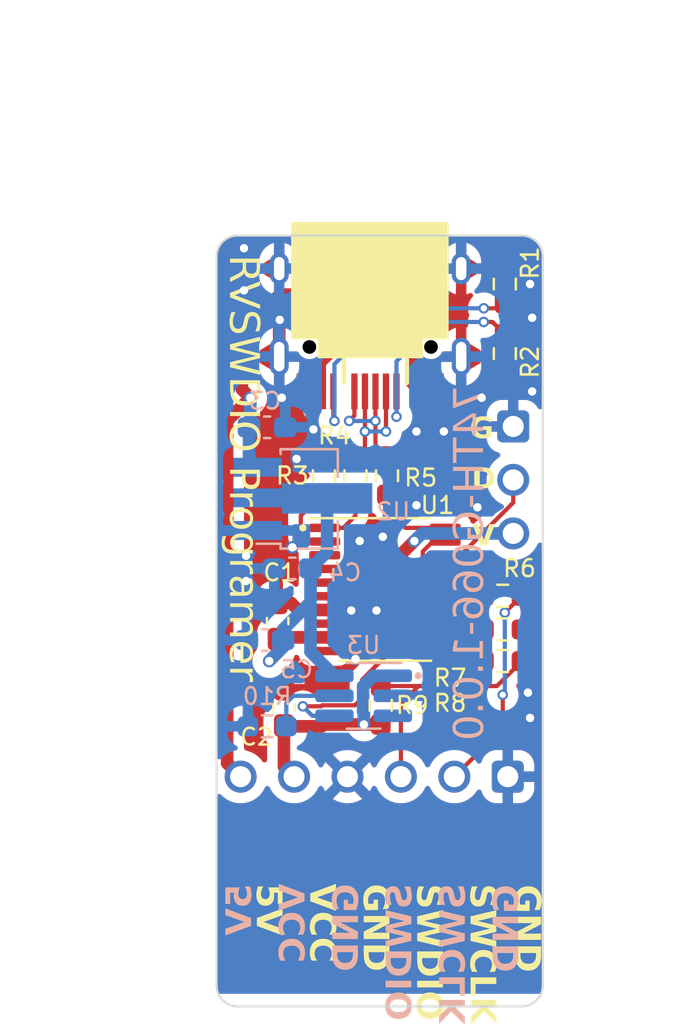
<source format=kicad_pcb>
(kicad_pcb (version 20241229) (generator "pcbnew") (generator_version "9.0")
  (title_block (title "RVSWDIO Programer") (rev "1.0.0"))
  (layers (0 "F.Cu" signal) (2 "B.Cu" signal) (13 "F.Paste" user) (15 "B.Paste" user) (5 "F.SilkS" user "F.Silkscreen") (7 "B.SilkS" user "B.Silkscreen") (1 "F.Mask" user) (3 "B.Mask" user) (25 "Edge.Cuts" user))
  (net 0 "")
  (net 1 "GND")
  (net 2 "+3V3")
  (net 3 "+5V")
  (net 4 "/PWD")
  (net 5 "/SWIO")
  (net 6 "/SWCLK")
  (net 7 "/SWDIO_IN")
  (net 8 "Net-(J1-CC2)")
  (net 9 "Net-(J1-CC1)")
  (net 10 "/D-")
  (net 11 "/D+")
  (net 12 "/DPU")
  (net 13 "Net-(U2-PD4{slash}UART_CK{slash}ADC7)")
  (net 14 "Net-(U2-PD3{slash}UART_CTS{slash}ADC4)")
  (net 15 "Net-(U2-PC2{slash}I2C_SCL{slash}UART_RTS)")
  (net 16 "Net-(U2-PC1{slash}I2C_SDA{slash}SPI_NSS)")
  (net 17 "Net-(U2-PC5{slash}SPI_SCK)")
  (net 28 "/PWD_SW")
  (net 29 "Net-(U4-ISET)")
  (footprint "74th:Connector_USB-C-Receptacle_SMT_12-Pin_Simple" (layer "F.Cu") (at 97.6 35.665 180)
    (property "Reference" "J1" (hide yes))
    (property "Value" "USB2.0-C_SMT")
    (fp_line (start 1.25 -4.23) (end 1.25 -5.33) (stroke (width 0.2)) (layer "F.SilkS"))
    (fp_line (start -1.75 -4.23) (end -1.75 -5.33) (stroke (width 0.2)) (layer "F.SilkS"))
    (fp_rect (start -2.45 -4.1) (end 2.45 -2.85) (stroke (width 0.12)) (fill yes) (layer "F.SilkS"))
    (fp_rect (start -3.67 -3.2) (end 3.7 2.25) (stroke (width 0.12)) (fill yes) (layer "F.SilkS"))
    (pad "" np_thru_hole circle (at -2.89 -3.62) (size 0.65 0.65) (drill 0.65) (layers "*.Mask"))
    (pad "" np_thru_hole circle (at 2.89 -3.62) (size 0.65 0.65) (drill 0.65) (layers "*.Mask"))
    (pad "1" smd rect (at -2.4 -5.73) (size 0.6 1.7) (layers "F.Cu" "F.Mask" "F.Paste") (net 3 "+5V"))
    (pad "1" smd rect (at 2.4 -5.73) (size 0.6 1.7) (layers "F.Cu" "F.Mask" "F.Paste") (net 3 "+5V"))
    (pad "2" smd rect (at -0.75 -5.73) (size 0.3 1.7) (layers "F.Cu" "F.Mask" "F.Paste") (net 10 "/D-"))
    (pad "2" smd rect (at 0.25 -5.73) (size 0.3 1.7) (layers "F.Cu" "F.Mask" "F.Paste") (net 10 "/D-"))
    (pad "3" smd rect (at -0.25 -5.73) (size 0.3 1.7) (layers "F.Cu" "F.Mask" "F.Paste") (net 11 "/D+"))
    (pad "3" smd rect (at 0.75 -5.73) (size 0.3 1.7) (layers "F.Cu" "F.Mask" "F.Paste") (net 11 "/D+"))
    (pad "4" smd rect (at -3.2 -5.73) (size 0.6 1.7) (layers "F.Cu" "F.Mask" "F.Paste") (net 1 "GND"))
    (pad "4" smd rect (at 3.2 -5.73) (size 0.6 1.7) (layers "F.Cu" "F.Mask" "F.Paste") (net 1 "GND"))
    (pad "5" smd rect (at -1.25 -5.73) (size 0.3 1.7) (layers "F.Cu" "F.Mask" "F.Paste") (net 9 "Net-(J1-CC1)"))
    (pad "6" smd rect (at 1.75 -5.73) (size 0.3 1.7) (layers "F.Cu" "F.Mask" "F.Paste") (net 8 "Net-(J1-CC2)"))
    (pad "S1" smd trapezoid (at -5 -4.08 270) (size 0.9 0.5) (rect_delta 0 0.3) (layers "F.Cu" "F.Mask" "F.Paste") (net 1 "GND"))
    (pad "S1" smd trapezoid (at -5 0.1 270) (size 0.6 0.5) (rect_delta 0 0.3) (layers "F.Cu" "F.Mask" "F.Paste") (net 1 "GND"))
    (pad "S1" thru_hole oval (at -4.325 -4.08) (size 0.9 1.8) (drill oval 0.5 1.4) (layers "*.Cu" "*.Mask") (net 1 "GND"))
    (pad "S1" thru_hole oval (at -4.325 0.1) (size 0.9 1.5) (drill oval 0.5 1.1) (layers "*.Cu" "*.Mask") (net 1 "GND"))
    (pad "S1" thru_hole oval (at 4.325 -4.08) (size 0.9 1.8) (drill oval 0.5 1.4) (layers "*.Cu" "*.Mask") (net 1 "GND"))
    (pad "S1" thru_hole oval (at 4.325 0.1) (size 0.9 1.5) (drill oval 0.5 1.1) (layers "*.Cu" "*.Mask") (net 1 "GND"))
    (pad "S1" smd trapezoid (at 5 -4.08 90) (size 0.9 0.5) (rect_delta 0 0.3) (layers "F.Cu" "F.Mask" "F.Paste") (net 1 "GND"))
    (pad "S1" smd trapezoid (at 5 0.1 90) (size 0.6 0.5) (rect_delta 0 0.3) (layers "F.Cu" "F.Mask" "F.Paste") (net 1 "GND"))
  )
  (footprint "74th:Register_0603_1608" (layer "F.Cu") (at 104 39.6 -90)
    (property "Reference" "R2" (at 0.4 -1.2 90) (layer "F.SilkS") (effects (font (size 0.8 0.8) (thickness 0.12))))
    (property "Value" "5.1k" (hide yes))
    (fp_line (start -0.254724 0.5225) (end 0.254724 0.5225) (stroke (width 0.12)) (layer "F.SilkS"))
    (fp_line (start -0.254724 -0.5225) (end 0.254724 -0.5225) (stroke (width 0.12)) (layer "F.SilkS"))
    (pad "1" smd roundrect (at -0.9125 0 270) (size 0.975 0.95) (layers "F.Cu" "F.Mask" "F.Paste") (net 9 "Net-(J1-CC1)"))
    (pad "2" smd roundrect (at 0.9125 0 270) (size 0.975 0.95) (layers "F.Cu" "F.Mask" "F.Paste") (net 1 "GND"))
  )
  (footprint "74th:Register_0603_1608" (layer "F.Cu") (at 103.9 54.2 180)
    (property "Reference" "R8" (at 2.5 -2 0) (layer "F.SilkS") (effects (font (size 0.8 0.8) (thickness 0.12))))
    (property "Value" "10" (hide yes))
    (fp_line (start -0.254724 0.5225) (end 0.254724 0.5225) (stroke (width 0.12)) (layer "F.SilkS"))
    (fp_line (start -0.254724 -0.5225) (end 0.254724 -0.5225) (stroke (width 0.12)) (layer "F.SilkS"))
    (pad "1" smd roundrect (at -0.9125 0 180) (size 0.975 0.95) (layers "F.Cu" "F.Mask" "F.Paste") (net 7 "/SWDIO_IN"))
    (pad "2" smd roundrect (at 0.9125 0 180) (size 0.975 0.95) (layers "F.Cu" "F.Mask" "F.Paste") (net 16 "Net-(U2-PC1{slash}I2C_SDA{slash}SPI_NSS)"))
  )
  (footprint "74th:Register_0603_1608" (layer "F.Cu") (at 98.1 56.3 -90)
    (property "Reference" "R9" (at 0 -1.5 180) (layer "F.SilkS") (effects (font (size 0.8 0.8) (thickness 0.12))))
    (property "Value" "5.1k" (hide yes))
    (fp_line (start -0.254724 0.5225) (end 0.254724 0.5225) (stroke (width 0.12)) (layer "F.SilkS"))
    (fp_line (start -0.254724 -0.5225) (end 0.254724 -0.5225) (stroke (width 0.12)) (layer "F.SilkS"))
    (pad "1" smd roundrect (at -0.9125 0 270) (size 0.975 0.95) (layers "F.Cu" "F.Mask" "F.Paste") (net 7 "/SWDIO_IN"))
    (pad "2" smd roundrect (at 0.9125 0 270) (size 0.975 0.95) (layers "F.Cu" "F.Mask" "F.Paste") (net 4 "/PWD"))
  )
  (footprint "74th:Register_0603_1608" (layer "F.Cu") (at 103.9 52.7 180)
    (property "Reference" "R7" (at 2.5 -2.3 0) (layer "F.SilkS") (effects (font (size 0.8 0.8) (thickness 0.12))))
    (property "Value" "10" (hide yes))
    (fp_line (start -0.254724 0.5225) (end 0.254724 0.5225) (stroke (width 0.12)) (layer "F.SilkS"))
    (fp_line (start -0.254724 -0.5225) (end 0.254724 -0.5225) (stroke (width 0.12)) (layer "F.SilkS"))
    (pad "1" smd roundrect (at -0.9125 0 180) (size 0.975 0.95) (layers "F.Cu" "F.Mask" "F.Paste") (net 7 "/SWDIO_IN"))
    (pad "2" smd roundrect (at 0.9125 0 180) (size 0.975 0.95) (layers "F.Cu" "F.Mask" "F.Paste") (net 15 "Net-(U2-PC2{slash}I2C_SCL{slash}UART_RTS)"))
  )
  (footprint "74th:PinOut_Pin_6_GND" (layer "F.Cu") (at 91.44 59.69)
    (property "Reference" "CH2" (hide yes))
    (property "Value" "Pin_6" (hide yes))
    (pad "1" thru_hole circle (at 0 0) (size 1.524 1.524) (drill 1) (layers "*.Cu" "*.Mask") (net 3 "+5V"))
    (pad "2" thru_hole circle (at 2.54 0) (size 1.524 1.524) (drill 1) (layers "*.Cu" "*.Mask") (net 4 "/PWD"))
    (pad "3" thru_hole circle (at 5.08 0) (size 1.524 1.524) (drill 1) (layers "*.Cu" "*.Mask") (net 1 "GND"))
    (pad "4" thru_hole circle (at 7.62 0) (size 1.524 1.524) (drill 1) (layers "*.Cu" "*.Mask") (net 7 "/SWDIO_IN"))
    (pad "5" thru_hole circle (at 10.16 0) (size 1.524 1.524) (drill 1) (layers "*.Cu" "*.Mask") (net 6 "/SWCLK"))
    (pad "6" thru_hole roundrect (at 12.7 0) (size 1.524 1.524) (drill 1) (layers "*.Cu" "*.Mask") (roundrect_rratio 0.1640419948) (net 1 "GND"))
  )
  (footprint "74th:Register_0603_1608" (layer "F.Cu") (at 95.4 45.4 90)
    (property "Reference" "R3" (at 0 -1.5 180) (layer "F.SilkS") (effects (font (size 0.8 0.8) (thickness 0.12))))
    (property "Value" "1.5k" (hide yes))
    (fp_line (start -0.254724 -0.5225) (end 0.254724 -0.5225) (stroke (width 0.12)) (layer "F.SilkS"))
    (fp_line (start -0.254724 0.5225) (end 0.254724 0.5225) (stroke (width 0.12)) (layer "F.SilkS"))
    (pad "1" smd roundrect (at -0.9125 0 90) (size 0.975 0.95) (layers "F.Cu" "F.Mask" "F.Paste") (net 12 "/DPU"))
    (pad "2" smd roundrect (at 0.9125 0 90) (size 0.975 0.95) (layers "F.Cu" "F.Mask" "F.Paste") (net 10 "/D-"))
  )
  (footprint "74th:Capacitor_0603_1608" (layer "F.Cu") (at 93.5 56.5 90)
    (property "Reference" "C2" (at -1.3 -1.3 180) (layer "F.SilkS") (effects (font (size 0.8 0.8) (thickness 0.12))))
    (property "Value" "1u" (hide yes))
    (fp_line (start -0.046267 -0.51) (end 0.246267 -0.51) (stroke (width 0.12)) (layer "F.SilkS"))
    (fp_line (start -0.046267 0.51) (end 0.246267 0.51) (stroke (width 0.12)) (layer "F.SilkS"))
    (pad "1" smd roundrect (at -0.7625 0 90) (size 1.075 0.95) (layers "F.Cu" "F.Mask" "F.Paste") (net 4 "/PWD"))
    (pad "2" smd roundrect (at 0.9625 0 90) (size 1.075 0.95) (layers "F.Cu" "F.Mask" "F.Paste") (net 1 "GND"))
  )
  (footprint "74th:PinOut_Pin_3_3GND" (layer "F.Cu") (at 104.4 48.14 90)
    (property "Reference" "CH1" (hide yes))
    (property "Value" "SWD" (hide yes))
    (pad "1" thru_hole circle (at 0 0 90) (size 1.524 1.524) (drill 1) (layers "*.Cu" "*.Mask") (net 2 "+3V3"))
    (pad "2" thru_hole circle (at 2.54 0 90) (size 1.524 1.524) (drill 1) (layers "*.Cu" "*.Mask") (net 5 "/SWIO"))
    (pad "3" thru_hole roundrect (at 5.08 0 90) (size 1.524 1.524) (drill 1) (layers "*.Cu" "*.Mask") (roundrect_rratio 0.1640419948) (net 1 "GND"))
  )
  (footprint "74th:Package_TSSOP-20_4.4x6.5mm_P0.65mm" (layer "F.Cu") (at 98.3 50.8)
    (property "Reference" "U1" (at 2.5 -4 0) (layer "F.SilkS") (effects (font (size 0.8 0.8) (thickness 0.12))))
    (property "Value" "CH32V003F4P6")
    (fp_line (start 0 -3.385) (end -3.6 -3.385) (stroke (width 0.12)) (layer "F.SilkS"))
    (fp_line (start 0 -3.385) (end 2.2 -3.385) (stroke (width 0.12)) (layer "F.SilkS"))
    (fp_line (start 0 3.385) (end -2.2 3.385) (stroke (width 0.12)) (layer "F.SilkS"))
    (fp_line (start 0 3.385) (end 2.2 3.385) (stroke (width 0.12)) (layer "F.SilkS"))
    (fp_circle (center -3.9 -2.925) (end -3.786863 -2.925) (stroke (width 0.12)) (fill yes) (layer "F.SilkS"))
    (pad "1" smd roundrect (at -2.8625 -2.925) (size 1.475 0.4) (layers "F.Cu" "F.Mask" "F.Paste") (net 13 "Net-(U2-PD4{slash}UART_CK{slash}ADC7)"))
    (pad "2" smd roundrect (at -2.8625 -2.275) (size 1.475 0.4) (layers "F.Cu" "F.Mask" "F.Paste") (net 12 "/DPU"))
    (pad "3" smd roundrect (at -2.8625 -1.625) (size 1.475 0.4) (layers "F.Cu" "F.Mask" "F.Paste"))
    (pad "4" smd roundrect (at -2.8625 -0.975) (size 1.475 0.4) (layers "F.Cu" "F.Mask" "F.Paste"))
    (pad "5" smd roundrect (at -2.8625 -0.325) (size 1.475 0.4) (layers "F.Cu" "F.Mask" "F.Paste"))
    (pad "6" smd roundrect (at -2.8625 0.325) (size 1.475 0.4) (layers "F.Cu" "F.Mask" "F.Paste"))
    (pad "7" smd roundrect (at -2.8625 0.975) (size 1.475 0.4) (layers "F.Cu" "F.Mask" "F.Paste") (net 1 "GND"))
    (pad "8" smd roundrect (at -2.8625 1.625) (size 1.475 0.4) (layers "F.Cu" "F.Mask" "F.Paste"))
    (pad "9" smd roundrect (at -2.8625 2.275) (size 1.475 0.4) (layers "F.Cu" "F.Mask" "F.Paste") (net 2 "+3V3"))
    (pad "10" smd roundrect (at -2.8625 2.925) (size 1.475 0.4) (layers "F.Cu" "F.Mask" "F.Paste"))
    (pad "11" smd roundrect (at 2.8625 2.925) (size 1.475 0.4) (layers "F.Cu" "F.Mask" "F.Paste") (net 16 "Net-(U2-PC1{slash}I2C_SDA{slash}SPI_NSS)"))
    (pad "12" smd roundrect (at 2.8625 2.275) (size 1.475 0.4) (layers "F.Cu" "F.Mask" "F.Paste") (net 15 "Net-(U2-PC2{slash}I2C_SCL{slash}UART_RTS)"))
    (pad "13" smd roundrect (at 2.8625 1.625) (size 1.475 0.4) (layers "F.Cu" "F.Mask" "F.Paste"))
    (pad "14" smd roundrect (at 2.8625 0.975) (size 1.475 0.4) (layers "F.Cu" "F.Mask" "F.Paste"))
    (pad "15" smd roundrect (at 2.8625 0.325) (size 1.475 0.4) (layers "F.Cu" "F.Mask" "F.Paste") (net 17 "Net-(U2-PC5{slash}SPI_SCK)"))
    (pad "16" smd roundrect (at 2.8625 -0.325) (size 1.475 0.4) (layers "F.Cu" "F.Mask" "F.Paste"))
    (pad "17" smd roundrect (at 2.8625 -0.975) (size 1.475 0.4) (layers "F.Cu" "F.Mask" "F.Paste"))
    (pad "18" smd roundrect (at 2.8625 -1.625) (size 1.475 0.4) (layers "F.Cu" "F.Mask" "F.Paste") (net 5 "/SWIO"))
    (pad "19" smd roundrect (at 2.8625 -2.275) (size 1.475 0.4) (layers "F.Cu" "F.Mask" "F.Paste") (net 28 "/PWD_SW"))
    (pad "20" smd roundrect (at 2.8625 -2.925) (size 1.475 0.4) (layers "F.Cu" "F.Mask" "F.Paste") (net 14 "Net-(U2-PD3{slash}UART_CTS{slash}ADC4)"))
  )
  (footprint "74th:Register_0603_1608" (layer "F.Cu") (at 104 36.3 90)
    (property "Reference" "R1" (at 1 1.2 90) (layer "F.SilkS") (effects (font (size 0.8 0.8) (thickness 0.12))))
    (property "Value" "5.1k" (hide yes))
    (fp_line (start -0.254724 -0.5225) (end 0.254724 -0.5225) (stroke (width 0.12)) (layer "F.SilkS"))
    (fp_line (start -0.254724 0.5225) (end 0.254724 0.5225) (stroke (width 0.12)) (layer "F.SilkS"))
    (pad "1" smd roundrect (at -0.9125 0 90) (size 0.975 0.95) (layers "F.Cu" "F.Mask" "F.Paste") (net 8 "Net-(J1-CC2)"))
    (pad "2" smd roundrect (at 0.9125 0 90) (size 0.975 0.95) (layers "F.Cu" "F.Mask" "F.Paste") (net 1 "GND"))
  )
  (footprint "74th:Register_0603_1608" (layer "F.Cu") (at 98.4 45.4 -90)
    (property "Reference" "R5" (at 0.1 -1.6 180) (layer "F.SilkS") (effects (font (size 0.8 0.8) (thickness 0.12))))
    (property "Value" "10" (hide yes))
    (fp_line (start -0.254724 0.5225) (end 0.254724 0.5225) (stroke (width 0.12)) (layer "F.SilkS"))
    (fp_line (start -0.254724 -0.5225) (end 0.254724 -0.5225) (stroke (width 0.12)) (layer "F.SilkS"))
    (pad "1" smd roundrect (at -0.9125 0 270) (size 0.975 0.95) (layers "F.Cu" "F.Mask" "F.Paste") (net 11 "/D+"))
    (pad "2" smd roundrect (at 0.9125 0 270) (size 0.975 0.95) (layers "F.Cu" "F.Mask" "F.Paste") (net 14 "Net-(U2-PD3{slash}UART_CTS{slash}ADC4)"))
  )
  (footprint "74th:Register_0603_1608" (layer "F.Cu") (at 96.9 45.4 -90)
    (property "Reference" "R4" (at -1.9 1 180) (layer "F.SilkS") (effects (font (size 0.8 0.8) (thickness 0.12))))
    (property "Value" "10" (hide yes))
    (fp_line (start -0.254724 0.5225) (end 0.254724 0.5225) (stroke (width 0.12)) (layer "F.SilkS"))
    (fp_line (start -0.254724 -0.5225) (end 0.254724 -0.5225) (stroke (width 0.12)) (layer "F.SilkS"))
    (pad "1" smd roundrect (at -0.9125 0 270) (size 0.975 0.95) (layers "F.Cu" "F.Mask" "F.Paste") (net 10 "/D-"))
    (pad "2" smd roundrect (at 0.9125 0 270) (size 0.975 0.95) (layers "F.Cu" "F.Mask" "F.Paste") (net 13 "Net-(U2-PD4{slash}UART_CK{slash}ADC7)"))
  )
  (footprint "74th:Capacitor_0603_1608" (layer "F.Cu") (at 93.2 52.4 90)
    (property "Reference" "C1" (at 2.4 0.1 180) (layer "F.SilkS") (effects (font (size 0.8 0.8) (thickness 0.12))))
    (property "Value" "100n" (hide yes))
    (fp_line (start -0.046267 -0.51) (end 0.246267 -0.51) (stroke (width 0.12)) (layer "F.SilkS"))
    (fp_line (start -0.046267 0.51) (end 0.246267 0.51) (stroke (width 0.12)) (layer "F.SilkS"))
    (pad "1" smd roundrect (at -0.7625 0 90) (size 1.075 0.95) (layers "F.Cu" "F.Mask" "F.Paste") (net 2 "+3V3"))
    (pad "2" smd roundrect (at 0.9625 0 90) (size 1.075 0.95) (layers "F.Cu" "F.Mask" "F.Paste") (net 1 "GND"))
  )
  (footprint "74th:Register_0603_1608" (layer "F.Cu") (at 103.9 51.1 180)
    (property "Reference" "R6" (at -0.8 1.3 0) (layer "F.SilkS") (effects (font (size 0.8 0.8) (thickness 0.12))))
    (property "Value" "10" (hide yes))
    (fp_line (start -0.254724 0.5225) (end 0.254724 0.5225) (stroke (width 0.12)) (layer "F.SilkS"))
    (fp_line (start -0.254724 -0.5225) (end 0.254724 -0.5225) (stroke (width 0.12)) (layer "F.SilkS"))
    (pad "1" smd roundrect (at -0.9125 0 180) (size 0.975 0.95) (layers "F.Cu" "F.Mask" "F.Paste") (net 6 "/SWCLK"))
    (pad "2" smd roundrect (at 0.9125 0 180) (size 0.975 0.95) (layers "F.Cu" "F.Mask" "F.Paste") (net 17 "Net-(U2-PC5{slash}SPI_SCK)"))
  )
  (footprint "74th:Capacitor_0603_1608" (layer "B.Cu") (at 92.6 43.1)
    (property "Reference" "C3" (at 0 -1.25 0) (layer "B.SilkS") (effects (font (size 0.8 0.8) (thickness 0.12)) (justify mirror)))
    (property "Value" "10u" (hide yes))
    (fp_line (start -0.046267 -0.51) (end 0.246267 -0.51) (stroke (width 0.12)) (layer "B.SilkS"))
    (fp_line (start -0.046267 0.51) (end 0.246267 0.51) (stroke (width 0.12)) (layer "B.SilkS"))
    (pad "1" smd roundrect (at -0.7625 0) (size 1.075 0.95) (layers "B.Cu" "B.Mask" "B.Paste") (net 3 "+5V"))
    (pad "2" smd roundrect (at 0.9625 0) (size 1.075 0.95) (layers "B.Cu" "B.Mask" "B.Paste") (net 1 "GND"))
  )
  (footprint "74th:Package_SOT-23-6" (layer "B.Cu") (at 97.2875 55.85 180)
    (property "Reference" "U3" (at 0 2.4 0) (layer "B.SilkS") (effects (font (size 0.8 0.8) (thickness 0.12)) (justify mirror)))
    (property "Value" "CH217K")
    (fp_line (start 0 1.56) (end 0.8 1.56) (stroke (width 0.12)) (layer "B.SilkS"))
    (fp_line (start 0 1.56) (end -1.8 1.56) (stroke (width 0.12)) (layer "B.SilkS"))
    (fp_line (start 0 -1.56) (end 0.8 -1.56) (stroke (width 0.12)) (layer "B.SilkS"))
    (fp_line (start 0 -1.56) (end -0.8 -1.56) (stroke (width 0.12)) (layer "B.SilkS"))
    (fp_circle (center -2.6 0.95) (end -2.486863 0.95) (stroke (width 0.12)) (fill yes) (layer "B.SilkS"))
    (pad "1" smd roundrect (at -1.3875 0.95 180) (size 1.825 0.6) (layers "B.Cu" "B.Mask" "B.Paste") (net 4 "/PWD"))
    (pad "2" smd roundrect (at -1.3875 0 180) (size 1.825 0.6) (layers "B.Cu" "B.Mask" "B.Paste") (net 1 "GND"))
    (pad "3" smd roundrect (at -1.3875 -0.95 180) (size 1.825 0.6) (layers "B.Cu" "B.Mask" "B.Paste"))
    (pad "4" smd roundrect (at 1.3875 -0.95 180) (size 1.825 0.6) (layers "B.Cu" "B.Mask" "B.Paste") (net 28 "/PWD_SW"))
    (pad "5" smd roundrect (at 1.3875 0 180) (size 1.825 0.6) (layers "B.Cu" "B.Mask" "B.Paste") (net 29 "Net-(U4-ISET)"))
    (pad "6" smd roundrect (at 1.3875 0.95 180) (size 1.825 0.6) (layers "B.Cu" "B.Mask" "B.Paste") (net 2 "+3V3"))
  )
  (footprint "74th:Capacitor_0603_1608" (layer "B.Cu") (at 94 49.8 180)
    (property "Reference" "C4" (at -2.4 -0.2 0) (layer "B.SilkS") (effects (font (size 0.8 0.8) (thickness 0.12)) (justify mirror)))
    (property "Value" "10u" (hide yes))
    (fp_line (start -0.046267 0.51) (end 0.246267 0.51) (stroke (width 0.12)) (layer "B.SilkS"))
    (fp_line (start -0.046267 -0.51) (end 0.246267 -0.51) (stroke (width 0.12)) (layer "B.SilkS"))
    (pad "1" smd roundrect (at -0.7625 0 180) (size 1.075 0.95) (layers "B.Cu" "B.Mask" "B.Paste") (net 2 "+3V3"))
    (pad "2" smd roundrect (at 0.9625 0 180) (size 1.075 0.95) (layers "B.Cu" "B.Mask" "B.Paste") (net 1 "GND"))
  )
  (footprint "74th:Register_0603_1608" (layer "B.Cu") (at 92.7 57.3 180)
    (property "Reference" "R10" (at 0 1.43 0) (layer "B.SilkS") (effects (font (size 0.8 0.8) (thickness 0.12)) (justify mirror)))
    (property "Value" "22k" (hide yes))
    (fp_line (start -0.254724 0.5225) (end 0.254724 0.5225) (stroke (width 0.12)) (layer "B.SilkS"))
    (fp_line (start -0.254724 -0.5225) (end 0.254724 -0.5225) (stroke (width 0.12)) (layer "B.SilkS"))
    (pad "1" smd roundrect (at -0.9125 0 180) (size 0.975 0.95) (layers "B.Cu" "B.Mask" "B.Paste") (net 29 "Net-(U4-ISET)"))
    (pad "2" smd roundrect (at 0.9125 0 180) (size 0.975 0.95) (layers "B.Cu" "B.Mask" "B.Paste") (net 1 "GND"))
  )
  (footprint "74th:Package_SOT-89-3" (layer "B.Cu") (at 94.7 46.5)
    (property "Reference" "U2" (at 4 0.6 0) (layer "B.SilkS") (effects (font (size 0.8 0.8) (thickness 0.12)) (justify mirror)))
    (property "Value" "AMS1117")
    (fp_line (start -2.5 2.13) (end -1.36 2.13) (stroke (width 0.12)) (layer "B.SilkS"))
    (fp_line (start -1.36 -2.36) (end -1.36 -2.13) (stroke (width 0.12)) (layer "B.SilkS"))
    (fp_line (start -1.36 2.36) (end -1.36 2.13) (stroke (width 0.12)) (layer "B.SilkS"))
    (fp_line (start -1.36 2.36) (end 1.36 2.36) (stroke (width 0.12)) (layer "B.SilkS"))
    (fp_line (start 1.36 -2.36) (end -1.36 -2.36) (stroke (width 0.12)) (layer "B.SilkS"))
    (fp_line (start 1.36 -1.05) (end 1.36 -2.36) (stroke (width 0.12)) (layer "B.SilkS"))
    (fp_line (start 1.36 2.36) (end 1.36 1.05) (stroke (width 0.12)) (layer "B.SilkS"))
    (pad "1" smd rect (at -2.45 1.5) (size 2.3 0.9) (layers "B.Cu" "B.Mask" "B.Paste") (net 1 "GND"))
    (pad "2" smd rect (at -2.45 -0.05) (size 2.3 0.9) (layers "B.Cu" "B.Mask" "B.Paste") (net 2 "+3V3"))
    (pad "2" smd rect (at 0.85 -0.025) (size 4.3 1.45) (layers "B.Cu" "B.Mask" "B.Paste") (net 2 "+3V3"))
    (pad "3" smd rect (at -2.45 -1.5) (size 2.3 0.9) (layers "B.Cu" "B.Mask" "B.Paste") (net 3 "+5V"))
  )
  (footprint "74th:Capacitor_0603_1608" (layer "B.Cu") (at 92.7 53.2 180)
    (property "Reference" "C5" (at -1.4 -1.4 0) (layer "B.SilkS") (effects (font (size 0.8 0.8) (thickness 0.12)) (justify mirror)))
    (property "Value" "1u" (hide yes))
    (fp_line (start -0.046267 0.51) (end 0.246267 0.51) (stroke (width 0.12)) (layer "B.SilkS"))
    (fp_line (start -0.046267 -0.51) (end 0.246267 -0.51) (stroke (width 0.12)) (layer "B.SilkS"))
    (pad "1" smd roundrect (at -0.7625 0 180) (size 1.075 0.95) (layers "B.Cu" "B.Mask" "B.Paste") (net 2 "+3V3"))
    (pad "2" smd roundrect (at 0.9625 0 180) (size 1.075 0.95) (layers "B.Cu" "B.Mask" "B.Paste") (net 1 "GND"))
  )
  (gr_arc (start 90.3 35) (mid 90.592893 34.292893) (end 91.3 34) (stroke (width 0.1)) (layer "Edge.Cuts"))
  (gr_line (start 105.8 35) (end 105.8 69.6) (stroke (width 0.1)) (layer "Edge.Cuts"))
  (gr_arc (start 91.3 70.6) (mid 90.592893 70.307107) (end 90.3 69.6) (stroke (width 0.1)) (layer "Edge.Cuts"))
  (gr_line (start 91.3 70.6) (end 104.8 70.6) (stroke (width 0.1)) (layer "Edge.Cuts"))
  (gr_line (start 90.3 35) (end 90.3 69.6) (stroke (width 0.1)) (layer "Edge.Cuts"))
  (gr_arc (start 104.8 34) (mid 105.507107 34.292893) (end 105.8 35) (stroke (width 0.1)) (layer "Edge.Cuts"))
  (gr_line (start 104.8 34) (end 91.3 34) (stroke (width 0.1)) (layer "Edge.Cuts"))
  (gr_arc (start 105.8 69.6) (mid 105.507107 70.307107) (end 104.8 70.6) (stroke (width 0.1)) (layer "Edge.Cuts"))
  (gr_text "VCC" (at 95.25 64.77 270) (layer "F.SilkS") (effects (font (size 1.2 1.2) (thickness 0.12)) (justify left)))
  (gr_text "D" (at 103 45.6 0) (layer "F.SilkS") (effects (font (size 1 1) (thickness 0.12))))
  (gr_text "5V" (at 92.71 64.77 270) (layer "F.SilkS") (effects (font (size 1.2 1.2) (thickness 0.12)) (justify left)))
  (gr_text "G" (at 102.9 43.2 0) (layer "F.SilkS") (effects (font (size 1 1) (thickness 0.12))))
  (gr_text "GND" (at 105 64.81 270) (layer "F.SilkS") (effects (font (size 1.2 1.2) (thickness 0.12)) (justify left)))
  (gr_text "GND" (at 97.79 64.77 270) (layer "F.SilkS") (effects (font (size 1.2 1.2) (thickness 0.12)) (justify left)))
  (gr_text "SWDIO" (at 100.33 64.77 270) (layer "F.SilkS") (effects (font (size 1.2 1.2) (thickness 0.12)) (justify left)))
  (gr_text "V" (at 103 48.3 0) (layer "F.SilkS") (effects (font (size 1 1) (thickness 0.12))))
  (gr_text "SWCLK" (at 102.87 64.77 270) (layer "F.SilkS") (effects (font (size 1.2 1.2) (thickness 0.12)) (justify left)))
  (gr_text "RVSWDIO Programer" (at 90.7 34.9 270) (layer "F.SilkS") (effects (font (size 1.4 1.4) (thickness 0.12)) (justify left bottom)))
  (gr_text "5V" (at 91.44 64.77 90) (layer "B.SilkS") (effects (font (size 1.2 1.2) (thickness 0.12)) (justify left mirror)))
  (gr_text "VCC" (at 93.98 64.77 90) (layer "B.SilkS") (effects (font (size 1.2 1.2) (thickness 0.12)) (justify left mirror)))
  (gr_text "SWCLK" (at 101.6 64.77 90) (layer "B.SilkS") (effects (font (size 1.2 1.2) (thickness 0.12)) (justify left mirror)))
  (gr_text "74TH-G066-${REVISION}" (at 103.2 41.1 90) (layer "B.SilkS") (effects (font (size 1.4 1.4) (thickness 0.12)) (justify left bottom mirror)))
  (gr_text "SWDIO" (at 99.06 64.77 90) (layer "B.SilkS") (effects (font (size 1.2 1.2) (thickness 0.12)) (justify left mirror)))
  (gr_text "GND" (at 104.14 64.81 90) (layer "B.SilkS") (effects (font (size 1.2 1.2) (thickness 0.12)) (justify left mirror)))
  (gr_text "GND" (at 96.52 64.77 90) (layer "B.SilkS") (effects (font (size 1.2 1.2) (thickness 0.12)) (justify left mirror)))
  (segment (start 93.2 51.4375) (end 93.8375 51.4375) (width 0.6) (layer "F.Cu") (net 1))
  (segment (start 95.4375 51.775) (end 96.675 51.775) (width 0.6) (layer "F.Cu") (net 1))
  (segment (start 93.275 39.745) (end 93.275 38.025) (width 0.6) (layer "F.Cu") (net 1))
  (segment (start 95.4375 51.775) (end 94.175 51.775) (width 0.6) (layer "F.Cu") (net 1))
  (segment (start 93.275 38.025) (end 93.3 38) (width 0.6) (layer "F.Cu") (net 1))
  (segment (start 94.175 51.775) (end 93.8375 51.4375) (width 0.6) (layer "F.Cu") (net 1))
  (segment (start 96.675 51.775) (end 96.7 51.8) (width 0.6) (layer "F.Cu") (net 1))
  (via (at 105.1 55.7) (size 0.6) (drill 0.4) (layers "F.Cu" "B.Cu") (net 1))
  (via (at 101.1 43.3) (size 0.6) (drill 0.4) (layers "F.Cu" "B.Cu") (net 1))
  (via (at 93.4 41.7) (size 0.6) (drill 0.4) (layers "F.Cu" "B.Cu") (net 1))
  (via (at 97.1 48.5) (size 0.6) (drill 0.4) (layers "F.Cu" "B.Cu") (net 1))
  (via (at 91.6 34.6) (size 0.6) (drill 0.4) (layers "F.Cu" "B.Cu") (net 1))
  (via (at 105.2 56.9) (size 0.6) (drill 0.4) (layers "F.Cu" "B.Cu") (net 1))
  (via (at 105.2 36.3) (size 0.6) (drill 0.4) (layers "F.Cu" "B.Cu") (net 1))
  (via (at 96.9 54.1) (size 0.6) (drill 0.4) (layers "F.Cu" "B.Cu") (net 1))
  (via (at 105.3 41.4) (size 0.6) (drill 0.4) (layers "F.Cu" "B.Cu") (net 1))
  (via (at 99.8 46.8) (size 0.6) (drill 0.4) (layers "F.Cu" "B.Cu") (net 1))
  (via (at 98.2 48.3) (size 0.6) (drill 0.4) (layers "F.Cu" "B.Cu") (net 1))
  (via (at 102.7 46.9) (size 0.6) (drill 0.4) (layers "F.Cu" "B.Cu") (net 1))
  (via (at 93.3 38) (size 0.6) (drill 0.4) (layers "F.Cu" "B.Cu") (net 1))
  (via (at 94.9 43.2) (size 0.6) (drill 0.4) (layers "F.Cu" "B.Cu") (net 1))
  (via (at 94.1 44.6) (size 0.6) (drill 0.4) (layers "F.Cu" "B.Cu") (net 1))
  (via (at 91.6 36.6) (size 0.6) (drill 0.4) (layers "F.Cu" "B.Cu") (net 1))
  (via (at 91.7 49.2) (size 0.6) (drill 0.4) (layers "F.Cu" "B.Cu") (net 1))
  (via (at 105.3 37.9) (size 0.6) (drill 0.4) (layers "F.Cu" "B.Cu") (net 1))
  (via (at 99.8 43.3) (size 0.6) (drill 0.4) (layers "F.Cu" "B.Cu") (net 1))
  (via (at 93.9 48.8) (size 0.6) (drill 0.4) (layers "F.Cu" "B.Cu") (net 1))
  (via (at 96.7 51.8) (size 0.6) (drill 0.4) (layers "F.Cu" "B.Cu") (net 1))
  (via (at 97.9 51.8) (size 0.6) (drill 0.4) (layers "F.Cu" "B.Cu") (net 1))
  (via (at 102.9 41.7) (size 0.6) (drill 0.4) (layers "F.Cu" "B.Cu") (net 1))
  (via (at 91.7 50.4) (size 0.6) (drill 0.4) (layers "F.Cu" "B.Cu") (net 1))
  (segment (start 99 52.4) (end 99 49.2) (width 0.6) (layer "F.Cu") (net 2))
  (segment (start 95.4375 53.075) (end 98.325 53.075) (width 0.6) (layer "F.Cu") (net 2))
  (segment (start 99 49.2) (end 99.7 48.5) (width 0.6) (layer "F.Cu") (net 2))
  (segment (start 93.2 53.8) (end 92.8 54.2) (width 0.6) (layer "F.Cu") (net 2))
  (segment (start 98.325 53.075) (end 99 52.4) (width 0.6) (layer "F.Cu") (net 2))
  (segment (start 95.4375 53.075) (end 93.2875 53.075) (width 0.6) (layer "F.Cu") (net 2))
  (segment (start 93.2875 53.075) (end 93.2 53.1625) (width 0.6) (layer "F.Cu") (net 2))
  (segment (start 93.2 53.1625) (end 93.2 53.8) (width 0.6) (layer "F.Cu") (net 2))
  (via (at 99.7 48.5) (size 0.6) (drill 0.4) (layers "F.Cu" "B.Cu") (net 2))
  (via (at 92.8 54.2) (size 0.6) (drill 0.4) (layers "F.Cu" "B.Cu") (net 2))
  (segment (start 95.55 46.475) (end 95.55 49.0125) (width 0.6) (layer "B.Cu") (net 2))
  (segment (start 94.7625 53.7625) (end 95.9 54.9) (width 0.6) (layer "B.Cu") (net 2))
  (segment (start 93.4625 53.5375) (end 92.8 54.2) (width 0.6) (layer "B.Cu") (net 2))
  (segment (start 94.7625 49.8) (end 94.7625 51.4) (width 0.6) (layer "B.Cu") (net 2))
  (segment (start 93.4625 53.2) (end 93.4625 52.7) (width 0.6) (layer "B.Cu") (net 2))
  (segment (start 94.7625 51.4) (end 94.7625 53.7625) (width 0.6) (layer "B.Cu") (net 2))
  (segment (start 104.4 48.14) (end 100.06 48.14) (width 0.6) (layer "B.Cu") (net 2))
  (segment (start 93.4625 53.2) (end 93.4625 53.5375) (width 0.6) (layer "B.Cu") (net 2))
  (segment (start 95.55 49.0125) (end 94.7625 49.8) (width 0.6) (layer "B.Cu") (net 2))
  (segment (start 93.4625 52.7) (end 94.7625 51.4) (width 0.6) (layer "B.Cu") (net 2))
  (segment (start 100.06 48.14) (end 99.7 48.5) (width 0.6) (layer "B.Cu") (net 2))
  (segment (start 99.614 41.009) (end 99.614 37.714) (width 0.6) (layer "F.Cu") (net 3))
  (segment (start 91.5 41.3) (end 91.9 41.7) (width 0.6) (layer "F.Cu") (net 3))
  (segment (start 95.6 39.633851) (end 95.6 36.8) (width 0.6) (layer "F.Cu") (net 3))
  (segment (start 95.2 40.033851) (end 95.6 39.633851) (width 0.6) (layer "F.Cu") (net 3))
  (segment (start 91.5 38.6) (end 91.5 41.3) (width 0.6) (layer "F.Cu") (net 3))
  (segment (start 98.7 36.8) (end 95.6 36.8) (width 0.6) (layer "F.Cu") (net 3))
  (segment (start 95.2 41.395) (end 95.2 40.033851) (width 0.6) (layer "F.Cu") (net 3))
  (segment (start 90.8 42.8) (end 91.9 41.7) (width 0.6) (layer "F.Cu") (net 3))
  (segment (start 90.8 59.05) (end 90.8 42.8) (width 0.6) (layer "F.Cu") (net 3))
  (segment (start 99.614 37.714) (end 98.7 36.8) (width 0.6) (layer "F.Cu") (net 3))
  (segment (start 100 41.395) (end 99.614 41.009) (width 0.6) (layer "F.Cu") (net 3))
  (segment (start 91.44 59.69) (end 90.8 59.05) (width 0.6) (layer "F.Cu") (net 3))
  (segment (start 93.3 36.8) (end 91.5 38.6) (width 0.6) (layer "F.Cu") (net 3))
  (segment (start 95.6 36.8) (end 93.3 36.8) (width 0.6) (layer "F.Cu") (net 3))
  (via (at 91.9 41.7) (size 0.6) (drill 0.4) (layers "F.Cu" "B.Cu") (net 3))
  (segment (start 91.8375 43.1) (end 91.8375 44.5875) (width 0.6) (layer "B.Cu") (net 3))
  (segment (start 91.8375 44.5875) (end 92.25 45) (width 0.6) (layer "B.Cu") (net 3))
  (segment (start 91.9 41.7) (end 91.9 43.0375) (width 0.6) (layer "B.Cu") (net 3))
  (segment (start 91.9 43.0375) (end 91.8375 43.1) (width 0.6) (layer "B.Cu") (net 3))
  (segment (start 93.5375 57.3) (end 95.3 57.3) (width 0.6) (layer "F.Cu") (net 4))
  (segment (start 95.3875 57.2125) (end 98.1 57.2125) (width 0.6) (layer "F.Cu") (net 4))
  (segment (start 95.3 57.3) (end 95.3875 57.2125) (width 0.6) (layer "F.Cu") (net 4))
  (segment (start 93.5 59.21) (end 93.98 59.69) (width 0.6) (layer "F.Cu") (net 4))
  (segment (start 93.5 57.2625) (end 93.5375 57.3) (width 0.6) (layer "F.Cu") (net 4))
  (segment (start 93.5 57.2625) (end 93.5 59.21) (width 0.6) (layer "F.Cu") (net 4))
  (via (at 97.3 57.2125) (size 0.6) (drill 0.4) (layers "F.Cu" "B.Cu") (net 4))
  (segment (start 97.2635 56.588741) (end 97.2635 55.399001) (width 0.6) (layer "B.Cu") (net 4))
  (segment (start 97.3 57.2125) (end 97.3 56.625241) (width 0.6) (layer "B.Cu") (net 4))
  (segment (start 97.2635 55.399001) (end 97.762501 54.9) (width 0.6) (layer "B.Cu") (net 4))
  (segment (start 97.762501 54.9) (end 98.675 54.9) (width 0.6) (layer "B.Cu") (net 4))
  (segment (start 97.3 56.625241) (end 97.2635 56.588741) (width 0.6) (layer "B.Cu") (net 4))
  (segment (start 101.899999 49.175) (end 104.4 46.674999) (width 0.2) (layer "F.Cu") (net 5))
  (segment (start 101.1625 49.175) (end 101.899999 49.175) (width 0.2) (layer "F.Cu") (net 5))
  (segment (start 104.4 46.674999) (end 104.4 45.6) (width 0.2) (layer "F.Cu") (net 5))
  (segment (start 103.902351 55.803526) (end 103.902351 57.387649) (width 0.2) (layer "F.Cu") (net 6))
  (segment (start 101.6 59.69) (end 103.902351 57.387649) (width 0.2) (layer "F.Cu") (net 6))
  (segment (start 104.8 51.1) (end 104 51.9) (width 0.2) (layer "F.Cu") (net 6))
  (segment (start 104.8125 51.1) (end 104.8 51.1) (width 0.2) (layer "F.Cu") (net 6))
  (via (at 104 51.9) (size 0.5) (drill 0.3) (layers "F.Cu" "B.Cu") (net 6))
  (via (at 103.902351 55.803526) (size 0.5) (drill 0.3) (layers "F.Cu" "B.Cu") (net 6))
  (segment (start 104 55.705877) (end 103.902351 55.803526) (width 0.2) (layer "B.Cu") (net 6))
  (segment (start 104 51.9) (end 104 55.705877) (width 0.2) (layer "B.Cu") (net 6))
  (segment (start 104.8125 54.2) (end 103.625 55.3875) (width 0.2) (layer "F.Cu") (net 7))
  (segment (start 99.9 55.3875) (end 103.625 55.3875) (width 0.2) (layer "F.Cu") (net 7))
  (segment (start 99.06 59.69) (end 99.06 56.2275) (width 0.2) (layer "F.Cu") (net 7))
  (segment (start 99.06 56.2275) (end 99.9 55.3875) (width 0.2) (layer "F.Cu") (net 7))
  (segment (start 99.9 55.3875) (end 98 55.3875) (width 0.2) (layer "F.Cu") (net 7))
  (segment (start 104.8125 52.7) (end 104.8125 54.2) (width 0.2) (layer "F.Cu") (net 7))
  (segment (start 95.85 42.75) (end 95.9 42.8) (width 0.2) (layer "F.Cu") (net 8))
  (segment (start 103 37.449997) (end 103.762503 37.449997) (width 0.2) (layer "F.Cu") (net 8))
  (segment (start 103.762503 37.449997) (end 104 37.2125) (width 0.2) (layer "F.Cu") (net 8))
  (segment (start 95.85 41.395) (end 95.85 42.75) (width 0.2) (layer "F.Cu") (net 8))
  (via (at 103 37.449997) (size 0.5) (drill 0.3) (layers "F.Cu" "B.Cu") (net 8))
  (via (at 95.9 42.8) (size 0.5) (drill 0.3) (layers "F.Cu" "B.Cu") (net 8))
  (segment (start 103 37.449997) (end 98.550003 37.449997) (width 0.2) (layer "B.Cu") (net 8))
  (segment (start 98.550003 37.449997) (end 95.9 40.1) (width 0.2) (layer "B.Cu") (net 8))
  (segment (start 95.9 40.1) (end 95.9 42.8) (width 0.2) (layer "B.Cu") (net 8))
  (segment (start 103 38.1) (end 103.4125 38.1) (width 0.2) (layer "F.Cu") (net 9))
  (segment (start 103.4125 38.1) (end 104 38.6875) (width 0.2) (layer "F.Cu") (net 9))
  (segment (start 98.85 41.395) (end 98.85 42.6) (width 0.2) (layer "F.Cu") (net 9))
  (via (at 103 38.1) (size 0.5) (drill 0.3) (layers "F.Cu" "B.Cu") (net 9))
  (via (at 98.85 42.6) (size 0.5) (drill 0.3) (layers "F.Cu" "B.Cu") (net 9))
  (segment (start 103 38.1) (end 100.718992 38.1) (width 0.2) (layer "B.Cu") (net 9))
  (segment (start 98.85 42.6) (end 98.85 39.968992) (width 0.2) (layer "B.Cu") (net 9))
  (segment (start 100.718992 38.1) (end 98.85 39.968992) (width 0.2) (layer "B.Cu") (net 9))
  (segment (start 98.35 41.395) (end 98.35 43.3) (width 0.2) (layer "F.Cu") (net 10))
  (segment (start 97.35 43.3) (end 97.35 44.0375) (width 0.2) (layer "F.Cu") (net 10))
  (segment (start 95.4 44.4875) (end 96.9 44.4875) (width 0.2) (layer "F.Cu") (net 10))
  (segment (start 97.35 44.0375) (end 96.9 44.4875) (width 0.2) (layer "F.Cu") (net 10))
  (segment (start 97.35 41.395) (end 97.35 43.3) (width 0.2) (layer "F.Cu") (net 10))
  (via (at 98.35 43.3) (size 0.5) (drill 0.3) (layers "F.Cu" "B.Cu") (net 10))
  (via (at 97.35 43.3) (size 0.5) (drill 0.3) (layers "F.Cu" "B.Cu") (net 10))
  (segment (start 98.35 43.3) (end 97.35 43.3) (width 0.2) (layer "B.Cu") (net 10))
  (segment (start 98.4 44.4875) (end 97.85 43.9375) (width 0.2) (layer "F.Cu") (net 11))
  (segment (start 97.85 43.9375) (end 97.85 42.8) (width 0.2) (layer "F.Cu") (net 11))
  (segment (start 96.85 41.395) (end 96.85 42.55) (width 0.2) (layer "F.Cu") (net 11))
  (segment (start 97.85 42.8) (end 97.85 41.395) (width 0.2) (layer "F.Cu") (net 11))
  (segment (start 96.85 42.55) (end 96.6 42.8) (width 0.2) (layer "F.Cu") (net 11))
  (via (at 97.85 42.8) (size 0.5) (drill 0.3) (layers "F.Cu" "B.Cu") (net 11))
  (via (at 96.6 42.8) (size 0.5) (drill 0.3) (layers "F.Cu" "B.Cu") (net 11))
  (segment (start 96.6 42.8) (end 97.85 42.8) (width 0.2) (layer "B.Cu") (net 11))
  (segment (start 95.4 46.3125) (end 95.2875 46.3125) (width 0.2) (layer "F.Cu") (net 12))
  (segment (start 94.3 48.3) (end 94.525 48.525) (width 0.2) (layer "F.Cu") (net 12))
  (segment (start 94.525 48.525) (end 95.4375 48.525) (width 0.2) (layer "F.Cu") (net 12))
  (segment (start 94.3 47.3) (end 94.3 48.3) (width 0.2) (layer "F.Cu") (net 12))
  (segment (start 95.2875 46.3125) (end 94.3 47.3) (width 0.2) (layer "F.Cu") (net 12))
  (segment (start 95.4375 47.875) (end 96.325 47.875) (width 0.2) (layer "F.Cu") (net 13))
  (segment (start 96.9 46.3125) (end 96.9 47.3) (width 0.2) (layer "F.Cu") (net 13))
  (segment (start 96.325 47.875) (end 96.9 47.3) (width 0.2) (layer "F.Cu") (net 13))
  (segment (start 99.275 47.875) (end 101.1625 47.875) (width 0.2) (layer "F.Cu") (net 14))
  (segment (start 98.4 47) (end 99.275 47.875) (width 0.2) (layer "F.Cu") (net 14))
  (segment (start 98.4 46.3125) (end 98.4 47) (width 0.2) (layer "F.Cu") (net 14))
  (segment (start 101.1625 53.075) (end 102.6125 53.075) (width 0.2) (layer "F.Cu") (net 15))
  (segment (start 102.6125 53.075) (end 102.9875 52.7) (width 0.2) (layer "F.Cu") (net 15))
  (segment (start 102.5125 53.725) (end 102.9875 54.2) (width 0.2) (layer "F.Cu") (net 16))
  (segment (start 101.1625 53.725) (end 102.5125 53.725) (width 0.2) (layer "F.Cu") (net 16))
  (segment (start 101.1625 51.125) (end 102.9625 51.125) (width 0.2) (layer "F.Cu") (net 17))
  (segment (start 102.9625 51.125) (end 102.9875 51.1) (width 0.2) (layer "F.Cu") (net 17))
  (segment (start 101.1625 48.525) (end 100.575 48.525) (width 0.2) (layer "F.Cu") (net 28))
  (segment (start 97.226 55.076576) (end 98.101288 54.201288) (width 0.2) (layer "F.Cu") (net 28))
  (segment (start 100.1 49) (end 100.1 52.202576) (width 0.2) (layer "F.Cu") (net 28))
  (segment (start 97.374 54.928576) (end 97.601288 54.701288) (width 0.2) (layer "F.Cu") (net 28))
  (segment (start 100.575 48.525) (end 100.1 49) (width 0.2) (layer "F.Cu") (net 28))
  (segment (start 95.319608 56.3) (end 96.872424 56.3) (width 0.2) (layer "F.Cu") (net 28))
  (segment (start 97.601288 54.701288) (end 98.101288 54.201288) (width 0.2) (layer "F.Cu") (net 28))
  (segment (start 100.1 52.202576) (end 97.601288 54.701288) (width 0.2) (layer "F.Cu") (net 28))
  (segment (start 97.226 55.946424) (end 97.226 55.076576) (width 0.2) (layer "F.Cu") (net 28))
  (segment (start 95.269608 56.35) (end 95.319608 56.3) (width 0.2) (layer "F.Cu") (net 28))
  (segment (start 96.872424 56.3) (end 97.226 55.946424) (width 0.2) (layer "F.Cu") (net 28))
  (segment (start 94.4 56.35) (end 95.269608 56.35) (width 0.2) (layer "F.Cu") (net 28))
  (via (at 94.4 56.35) (size 0.5) (drill 0.3) (layers "F.Cu" "B.Cu") (net 28))
  (segment (start 94.85 56.8) (end 94.4 56.35) (width 0.2) (layer "B.Cu") (net 28))
  (segment (start 95.9 56.8) (end 94.85 56.8) (width 0.2) (layer "B.Cu") (net 28))
  (segment (start 93.6125 56.1875) (end 93.6125 57.3) (width 0.2) (layer "B.Cu") (net 29))
  (segment (start 93.95 55.85) (end 93.6125 56.1875) (width 0.2) (layer "B.Cu") (net 29))
  (segment (start 95.9 55.85) (end 93.95 55.85) (width 0.2) (layer "B.Cu") (net 29))
  (zone (net 1) (net_name "GND") (layers "F.Cu" "B.Cu") (connect_pads (clearance 0.5)) (min_thickness 0.25) (fill yes (thermal_gap 0.5) (thermal_bridge_width 0.5))
    (polygon (pts (xy 80 30) (xy 113 30) (xy 113 70) (xy 80 70)))
  )
)
</source>
